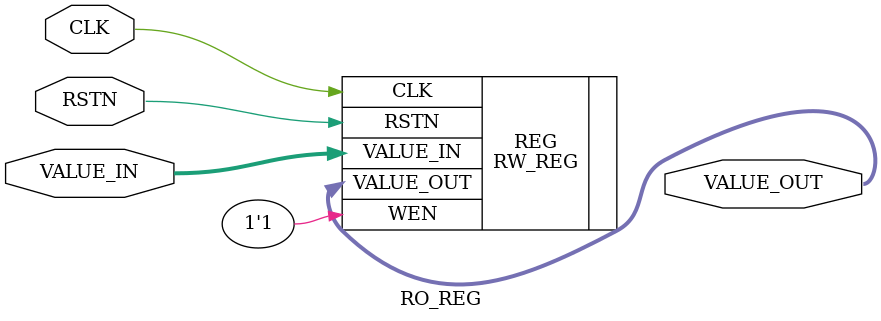
<source format=sv>
module RO_REG #(
    parameter DATA_WIDTH    = 32,
    parameter HAS_RESET     = 1
)
(
    input                   CLK,
    input                   RSTN,
    input [DATA_WIDTH-1:0]  VALUE_IN,
    output [DATA_WIDTH-1:0] VALUE_OUT
);

    RW_REG #(
        .DATA_WIDTH (DATA_WIDTH),
        .HAS_RESET  (HAS_RESET)
    )
    REG (
        .CLK        (CLK),
        .RSTN       (RSTN),
        .WEN        (1'b1),
        .VALUE_IN   (VALUE_IN),
        .VALUE_OUT  (VALUE_OUT)
    );
endmodule

</source>
